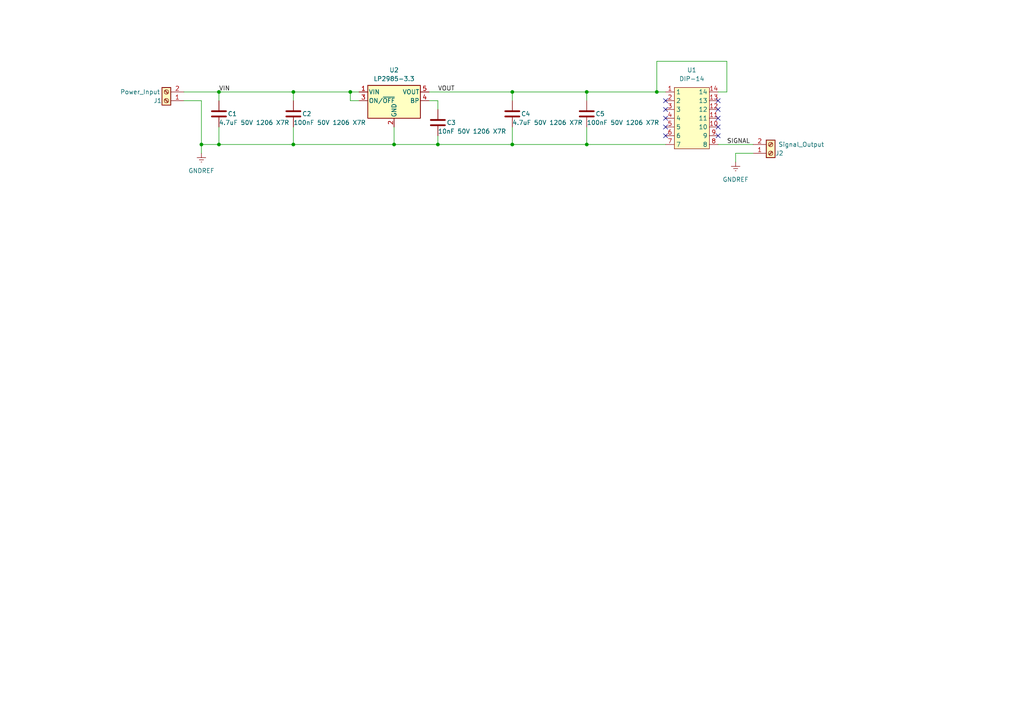
<source format=kicad_sch>
(kicad_sch (version 20230121) (generator eeschema)
  (paper "A4")
  (lib_symbols
    (symbol "Connector:Screw_Terminal_01x02" (pin_names (offset 1.016) hide)
      (property "Reference" "J" (at 0 2.54 0))
      (property "Value" "Screw_Terminal_01x02" (at 0 -5.08 0))
      (symbol "Screw_Terminal_01x02_1_1"
        (rectangle (start -1.27 1.27) (end 1.27 -3.81) (stroke (width 0.254)) (fill (type background)))
        (circle (center 0 -2.54) (radius 0.635) (stroke (width 0.1524)))
        (polyline (pts (xy -0.5334 -2.2098) (xy 0.3302 -3.048)) (stroke (width 0.1524)))
        (polyline (pts (xy -0.5334 0.3302) (xy 0.3302 -0.508)) (stroke (width 0.1524)))
        (polyline (pts (xy -0.3556 -2.032) (xy 0.508 -2.8702)) (stroke (width 0.1524)))
        (polyline (pts (xy -0.3556 0.508) (xy 0.508 -0.3302)) (stroke (width 0.1524)))
        (circle (center 0 0) (radius 0.635) (stroke (width 0.1524)))
        (pin passive line (at -5.08 0 0) (length 3.81) (name "Pin_1") (number "1"))
        (pin passive line (at -5.08 -2.54 0) (length 3.81) (name "Pin_2") (number "2"))
      )
    )
    (symbol "Custom_Connector:TestSocket_DIP-14"
      (property "Reference" "U" (at 0 10.16 0))
      (property "Value" "DIP-14" (at 0 -10.16 0))
      (symbol "TestSocket_DIP-14_0_0"
        (pin free line (at -7.62 7.62 0) (length 2.54) (name "1") (number "1"))
        (pin free line (at 7.62 -2.54 180) (length 2.54) (name "10") (number "10"))
        (pin free line (at 7.62 0 180) (length 2.54) (name "11") (number "11"))
        (pin free line (at 7.62 2.54 180) (length 2.54) (name "12") (number "12"))
        (pin free line (at 7.62 5.08 180) (length 2.54) (name "13") (number "13"))
        (pin free line (at 7.62 7.62 180) (length 2.54) (name "14") (number "14"))
        (pin free line (at -7.62 5.08 0) (length 2.54) (name "2") (number "2"))
        (pin free line (at -7.62 2.54 0) (length 2.54) (name "3") (number "3"))
        (pin free line (at -7.62 0 0) (length 2.54) (name "4") (number "4"))
        (pin free line (at -7.62 -2.54 0) (length 2.54) (name "5") (number "5"))
        (pin free line (at -7.62 -5.08 0) (length 2.54) (name "6") (number "6"))
        (pin free line (at -7.62 -7.62 0) (length 2.54) (name "7") (number "7"))
        (pin free line (at 7.62 -7.62 180) (length 2.54) (name "8") (number "8"))
        (pin free line (at 7.62 -5.08 180) (length 2.54) (name "9") (number "9"))
      )
      (symbol "TestSocket_DIP-14_1_1"
        (rectangle (start -5.08 8.89) (end 5.08 -8.89) (fill (type background)))
      )
    )
    (symbol "Device:C" (pin_numbers hide) (pin_names (offset 0.254))
      (property "Reference" "C" (at 0.635 2.54 0))
      (property "Value" "C" (at 0.635 -2.54 0))
      (symbol "C_0_1"
        (polyline (pts (xy -2.032 -0.762) (xy 2.032 -0.762)) (stroke (width 0.508)))
        (polyline (pts (xy -2.032 0.762) (xy 2.032 0.762)) (stroke (width 0.508)))
      )
      (symbol "C_1_1"
        (pin passive line (at 0 3.81 270) (length 2.794) (name "~") (number "1"))
        (pin passive line (at 0 -3.81 90) (length 2.794) (name "~") (number "2"))
      )
    )
    (symbol "Regulator_Linear:LP2985-3.3" (pin_names (offset 0.254))
      (property "Reference" "U" (at -6.35 5.715 0))
      (property "Value" "LP2985-3.3" (at 0 5.715 0))
      (symbol "LP2985-3.3_0_1"
        (rectangle (start -7.62 -5.08) (end 7.62 4.445) (stroke (width 0.254)) (fill (type background)))
      )
      (symbol "LP2985-3.3_1_1"
        (pin power_in line (at -10.16 2.54 0) (length 2.54) (name "VIN") (number "1"))
        (pin power_in line (at 0 -7.62 90) (length 2.54) (name "GND") (number "2"))
        (pin input line (at -10.16 0 0) (length 2.54) (name "ON/~{OFF}") (number "3"))
        (pin input line (at 10.16 0 180) (length 2.54) (name "BP") (number "4"))
        (pin power_out line (at 10.16 2.54 180) (length 2.54) (name "VOUT") (number "5"))
      )
    )
    (symbol "power:GNDREF" (power) (pin_names (offset 0))
      (property "Value" "GNDREF" (at 0 -3.81 0))
      (symbol "GNDREF_0_1"
        (polyline (pts (xy -0.635 -1.905) (xy 0.635 -1.905)))
        (polyline (pts (xy -0.127 -2.54) (xy 0.127 -2.54)))
        (polyline (pts (xy 0 -1.27) (xy 0 0)))
        (polyline (pts (xy 1.27 -1.27) (xy -1.27 -1.27)))
      )
      (symbol "GNDREF_1_1"
        (pin power_in line (at 0 0 270) (length 0) hide (name "GNDREF") (number "1"))
      )
    )
  )
  (junction (at 148.59 26.67))
  (junction (at 85.09 26.67))
  (junction (at 114.3 41.91))
  (junction (at 58.42 41.91))
  (junction (at 127 41.91))
  (junction (at 170.18 41.91))
  (junction (at 63.5 26.67))
  (junction (at 101.6 26.67))
  (junction (at 63.5 41.91))
  (junction (at 170.18 26.67))
  (junction (at 85.09 41.91))
  (junction (at 148.59 41.91))
  (junction (at 190.5 26.67))
  (no_connect (at 193.04 39.37))
  (no_connect (at 193.04 34.29))
  (no_connect (at 208.28 31.75))
  (no_connect (at 193.04 36.83))
  (no_connect (at 193.04 31.75))
  (no_connect (at 208.28 34.29))
  (no_connect (at 208.28 29.21))
  (no_connect (at 208.28 39.37))
  (no_connect (at 208.28 36.83))
  (no_connect (at 193.04 29.21))
  (wire (pts (xy 63.5 36.83) (xy 63.5 41.91)))
  (wire (pts (xy 190.5 26.67) (xy 193.04 26.67)))
  (wire (pts (xy 170.18 41.91) (xy 193.04 41.91)))
  (wire (pts (xy 127 29.21) (xy 127 31.75)))
  (wire (pts (xy 127 41.91) (xy 127 39.37)))
  (wire (pts (xy 210.82 17.78) (xy 190.5 17.78)))
  (wire (pts (xy 85.09 36.83) (xy 85.09 41.91)))
  (wire (pts (xy 213.36 44.45) (xy 218.44 44.45)))
  (wire (pts (xy 63.5 26.67) (xy 85.09 26.67)))
  (wire (pts (xy 170.18 26.67) (xy 170.18 29.21)))
  (wire (pts (xy 63.5 41.91) (xy 85.09 41.91)))
  (wire (pts (xy 170.18 26.67) (xy 190.5 26.67)))
  (wire (pts (xy 63.5 29.21) (xy 63.5 26.67)))
  (wire (pts (xy 53.34 26.67) (xy 63.5 26.67)))
  (wire (pts (xy 101.6 26.67) (xy 104.14 26.67)))
  (wire (pts (xy 148.59 29.21) (xy 148.59 26.67)))
  (wire (pts (xy 58.42 41.91) (xy 63.5 41.91)))
  (wire (pts (xy 213.36 46.99) (xy 213.36 44.45)))
  (wire (pts (xy 148.59 26.67) (xy 124.46 26.67)))
  (wire (pts (xy 85.09 26.67) (xy 85.09 29.21)))
  (wire (pts (xy 85.09 26.67) (xy 101.6 26.67)))
  (wire (pts (xy 208.28 26.67) (xy 210.82 26.67)))
  (wire (pts (xy 104.14 29.21) (xy 101.6 29.21)))
  (wire (pts (xy 114.3 41.91) (xy 127 41.91)))
  (wire (pts (xy 114.3 36.83) (xy 114.3 41.91)))
  (wire (pts (xy 190.5 17.78) (xy 190.5 26.67)))
  (wire (pts (xy 148.59 36.83) (xy 148.59 41.91)))
  (wire (pts (xy 170.18 36.83) (xy 170.18 41.91)))
  (wire (pts (xy 210.82 26.67) (xy 210.82 17.78)))
  (wire (pts (xy 85.09 41.91) (xy 114.3 41.91)))
  (wire (pts (xy 148.59 41.91) (xy 170.18 41.91)))
  (wire (pts (xy 148.59 26.67) (xy 170.18 26.67)))
  (wire (pts (xy 208.28 41.91) (xy 218.44 41.91)))
  (wire (pts (xy 58.42 29.21) (xy 58.42 41.91)))
  (wire (pts (xy 101.6 29.21) (xy 101.6 26.67)))
  (wire (pts (xy 124.46 29.21) (xy 127 29.21)))
  (wire (pts (xy 148.59 41.91) (xy 127 41.91)))
  (wire (pts (xy 53.34 29.21) (xy 58.42 29.21)))
  (wire (pts (xy 58.42 41.91) (xy 58.42 44.45)))
  (label "VIN" (at 63.5 26.67 0))
  (label "SIGNAL" (at 210.82 41.91 0))
  (label "VOUT" (at 127 26.67 0))
  (symbol (lib_id "Regulator_Linear:LP2985-3.3") (at 114.3 29.21 0) (unit 1)
    (property "Reference" "U2" (at 114.3 20.32 0))
    (property "Value" "LP2985-3.3" (at 114.3 22.86 0))
    (property "Footprint" "Package_TO_SOT_SMD:SOT-23-5" (effects hide))
    (property "Datasheet" "http://www.ti.com/lit/ds/symlink/lp2985.pdf" (effects hide))
  )
  (symbol (lib_id "power:GNDREF") (at 58.42 44.45 0) (unit 1)
    (property "Reference" "#PWR01" (effects hide))
    (property "Value" "GNDREF" (at 58.42 49.53 0))
  )
  (symbol (lib_id "Custom_Connector:TestSocket_DIP-14") (at 200.66 34.29 0) (unit 1)
    (property "Reference" "U1" (at 200.66 20.32 0))
    (property "Value" "DIP-14" (at 200.66 22.86 0))
    (property "Footprint" "Customer_Connector:TestSocket_DIP-14" (effects hide))
  )
  (symbol (lib_id "Connector:Screw_Terminal_01x02") (at 48.26 29.21 180) (unit 1)
    (property "Reference" "J1" (at 45.72 29.21 0))
    (property "Value" "Power_Input" (at 40.64 26.67 0))
    (property "Footprint" "Customer_Connector:2EDG-5.08mm_2P_Horizontal" (effects hide))
  )
  (symbol (lib_id "Device:C") (at 170.18 33.02 0) (unit 1)
    (property "Reference" "C5" (at 172.72 33.02 0) (effects (justify left)))
    (property "Value" "100nF 50V 1206 X7R" (at 170.18 35.56 0) (effects (justify left)))
    (property "Footprint" "Capacitor_SMD:C_1206_3216Metric" (effects hide))
  )
  (symbol (lib_id "power:GNDREF") (at 213.36 46.99 0) (unit 1)
    (property "Reference" "#PWR02" (effects hide))
    (property "Value" "GNDREF" (at 213.36 52.07 0))
  )
  (symbol (lib_id "Device:C") (at 148.59 33.02 0) (unit 1)
    (property "Reference" "C4" (at 151.13 33.02 0) (effects (justify left)))
    (property "Value" "4.7uF 50V 1206 X7R" (at 148.59 35.56 0) (effects (justify left)))
    (property "Footprint" "Capacitor_SMD:C_1206_3216Metric" (effects hide))
  )
  (symbol (lib_id "Device:C") (at 63.5 33.02 0) (unit 1)
    (property "Reference" "C1" (at 66.04 33.02 0) (effects (justify left)))
    (property "Value" "4.7uF 50V 1206 X7R" (at 63.5 35.56 0) (effects (justify left)))
    (property "Footprint" "Capacitor_SMD:C_1206_3216Metric" (effects hide))
  )
  (symbol (lib_id "Connector:Screw_Terminal_01x02") (at 223.52 44.45 0) (mirror x) (unit 1)
    (property "Reference" "J2" (at 226.06 44.45 0))
    (property "Value" "Signal_Output" (at 232.41 41.91 0))
    (property "Footprint" "Customer_Connector:2EDG-5.08mm_2P_Horizontal" (effects hide))
  )
  (symbol (lib_id "Device:C") (at 127 35.56 0) (unit 1)
    (property "Reference" "C3" (at 129.54 35.56 0) (effects (justify left)))
    (property "Value" "10nF 50V 1206 X7R" (at 127 38.1 0) (effects (justify left)))
    (property "Footprint" "Capacitor_SMD:C_1206_3216Metric" (effects hide))
  )
  (symbol (lib_id "Device:C") (at 85.09 33.02 0) (unit 1)
    (property "Reference" "C2" (at 87.63 33.02 0) (effects (justify left)))
    (property "Value" "100nF 50V 1206 X7R" (at 85.09 35.56 0) (effects (justify left)))
    (property "Footprint" "Capacitor_SMD:C_1206_3216Metric" (effects hide))
  )
)
</source>
